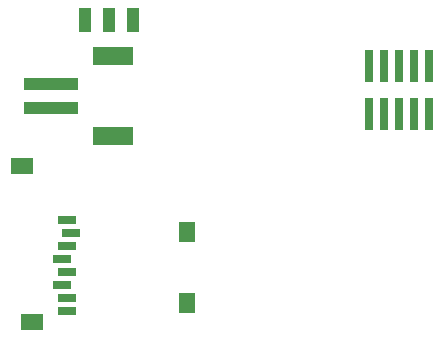
<source format=gbr>
%TF.GenerationSoftware,KiCad,Pcbnew,(6.0.4-0)*%
%TF.CreationDate,2022-05-02T23:13:47-05:00*%
%TF.ProjectId,dropkick,64726f70-6b69-4636-9b2e-6b696361645f,rev?*%
%TF.SameCoordinates,Original*%
%TF.FileFunction,Paste,Bot*%
%TF.FilePolarity,Positive*%
%FSLAX46Y46*%
G04 Gerber Fmt 4.6, Leading zero omitted, Abs format (unit mm)*
G04 Created by KiCad (PCBNEW (6.0.4-0)) date 2022-05-02 23:13:47*
%MOMM*%
%LPD*%
G01*
G04 APERTURE LIST*
%ADD10R,1.500000X0.700000*%
%ADD11R,1.400000X1.800000*%
%ADD12R,1.900000X1.400000*%
%ADD13R,4.600000X1.000000*%
%ADD14R,3.400000X1.600000*%
%ADD15R,1.092200X2.006600*%
%ADD16R,0.650000X2.760000*%
%ADD17R,0.650000X2.750000*%
G04 APERTURE END LIST*
D10*
%TO.C,X3*%
X69540000Y-66730000D03*
X69940000Y-67830000D03*
X69540000Y-68930000D03*
X69140000Y-70030000D03*
X69540000Y-71130000D03*
X69140000Y-72230000D03*
X69540000Y-73330000D03*
X69540000Y-74430000D03*
D11*
X79740000Y-73730000D03*
X79740000Y-67730000D03*
D12*
X66640000Y-75330000D03*
X65740000Y-62130000D03*
%TD*%
D13*
%TO.C,X2*%
X68250000Y-57230000D03*
X68250000Y-55230000D03*
D14*
X73450000Y-59630000D03*
X73450000Y-52830000D03*
%TD*%
D15*
%TO.C,SW1*%
X71120000Y-49784000D03*
X73120001Y-49784000D03*
X75120002Y-49784000D03*
%TD*%
D16*
%TO.C,JP1*%
X95120000Y-53690000D03*
X95120000Y-57750000D03*
X96390000Y-53690000D03*
D17*
X96390000Y-57750000D03*
D16*
X97660000Y-53690000D03*
X97660000Y-57750000D03*
X98930000Y-53690000D03*
X98930000Y-57750000D03*
X100200000Y-53690000D03*
X100200000Y-57750000D03*
%TD*%
M02*

</source>
